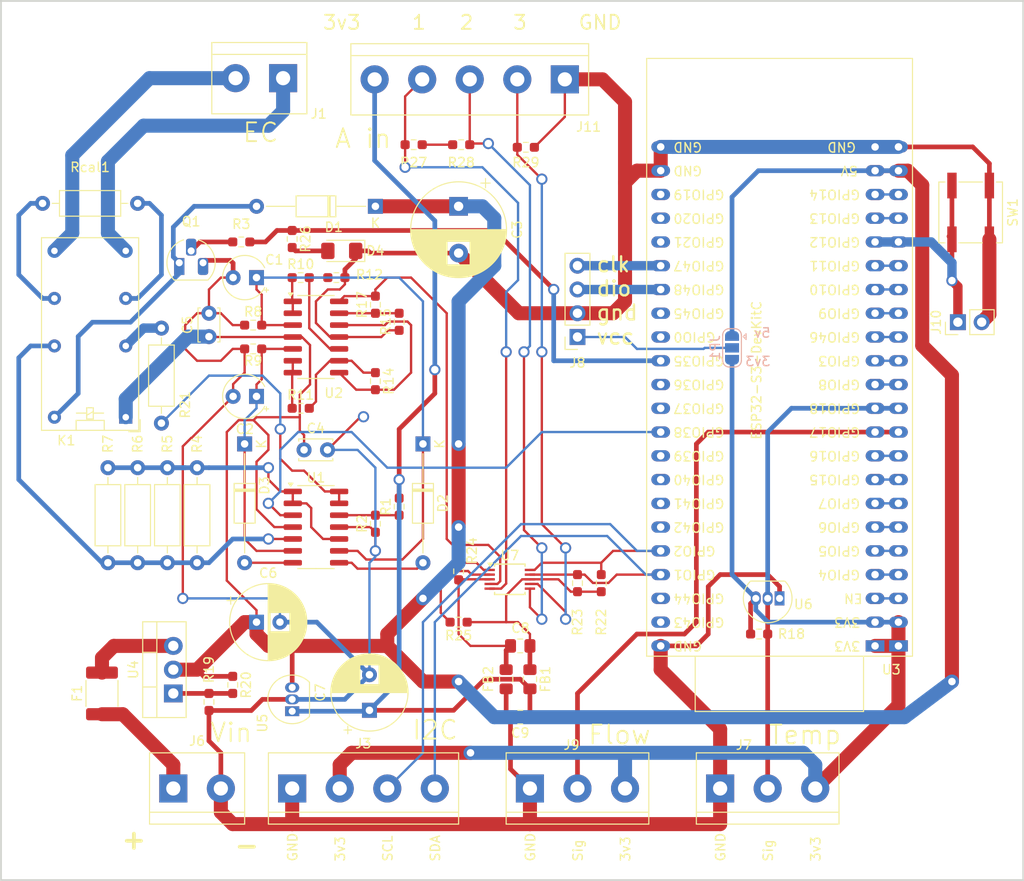
<source format=kicad_pcb>
(kicad_pcb
	(version 20240108)
	(generator "pcbnew")
	(generator_version "8.0")
	(general
		(thickness 1.6)
		(legacy_teardrops no)
	)
	(paper "A4")
	(layers
		(0 "F.Cu" signal)
		(31 "B.Cu" signal)
		(32 "B.Adhes" user "B.Adhesive")
		(33 "F.Adhes" user "F.Adhesive")
		(34 "B.Paste" user)
		(35 "F.Paste" user)
		(36 "B.SilkS" user "B.Silkscreen")
		(37 "F.SilkS" user "F.Silkscreen")
		(38 "B.Mask" user)
		(39 "F.Mask" user)
		(40 "Dwgs.User" user "User.Drawings")
		(41 "Cmts.User" user "User.Comments")
		(42 "Eco1.User" user "User.Eco1")
		(43 "Eco2.User" user "User.Eco2")
		(44 "Edge.Cuts" user)
		(45 "Margin" user)
		(46 "B.CrtYd" user "B.Courtyard")
		(47 "F.CrtYd" user "F.Courtyard")
		(48 "B.Fab" user)
		(49 "F.Fab" user)
		(50 "User.1" user)
		(51 "User.2" user)
		(52 "User.3" user)
		(53 "User.4" user)
		(54 "User.5" user)
		(55 "User.6" user)
		(56 "User.7" user)
		(57 "User.8" user)
		(58 "User.9" user)
	)
	(setup
		(pad_to_mask_clearance 0)
		(allow_soldermask_bridges_in_footprints no)
		(pcbplotparams
			(layerselection 0x00010fc_ffffffff)
			(plot_on_all_layers_selection 0x0000000_00000000)
			(disableapertmacros no)
			(usegerberextensions yes)
			(usegerberattributes no)
			(usegerberadvancedattributes no)
			(creategerberjobfile no)
			(dashed_line_dash_ratio 12.000000)
			(dashed_line_gap_ratio 3.000000)
			(svgprecision 4)
			(plotframeref no)
			(viasonmask no)
			(mode 1)
			(useauxorigin no)
			(hpglpennumber 1)
			(hpglpenspeed 20)
			(hpglpendiameter 15.000000)
			(pdf_front_fp_property_popups yes)
			(pdf_back_fp_property_popups yes)
			(dxfpolygonmode yes)
			(dxfimperialunits yes)
			(dxfusepcbnewfont yes)
			(psnegative no)
			(psa4output no)
			(plotreference yes)
			(plotvalue no)
			(plotfptext yes)
			(plotinvisibletext no)
			(sketchpadsonfab no)
			(subtractmaskfromsilk yes)
			(outputformat 1)
			(mirror no)
			(drillshape 0)
			(scaleselection 1)
			(outputdirectory "gerbers/")
		)
	)
	(net 0 "")
	(net 1 "Net-(U1A--)")
	(net 2 "Net-(U1D-+)")
	(net 3 "Net-(D2-K)")
	(net 4 "GND")
	(net 5 "Net-(D3-K)")
	(net 6 "+5V")
	(net 7 "3v3_reg")
	(net 8 "Net-(D1-A)")
	(net 9 "Net-(D2-A)")
	(net 10 "Net-(D3-A)")
	(net 11 "Net-(J6-Pin_1)")
	(net 12 "Net-(U4-VI)")
	(net 13 "Net-(J1-Pin_2)")
	(net 14 "Net-(J1-Pin_1)")
	(net 15 "SDA")
	(net 16 "SCL")
	(net 17 "1Wire_Data")
	(net 18 "disp_clk")
	(net 19 "disp_dio")
	(net 20 "Flow")
	(net 21 "/conductivity_sensor/ec_out")
	(net 22 "Net-(U7-GND)")
	(net 23 "Net-(U7-VDD)")
	(net 24 "Net-(U7-ADDR)")
	(net 25 "Net-(U7-ALERT{slash}RDY)")
	(net 26 "Ain3")
	(net 27 "Net-(K1-Pad6)")
	(net 28 "Net-(K1-Pad4)")
	(net 29 "Net-(K1-Pad11)")
	(net 30 "Net-(Q1-B)")
	(net 31 "ec_relay")
	(net 32 "Net-(U2C-+)")
	(net 33 "Net-(U2A--)")
	(net 34 "Net-(U2C--)")
	(net 35 "Net-(U2B--)")
	(net 36 "Net-(U2D-+)")
	(net 37 "Net-(U2D--)")
	(net 38 "+3V3")
	(net 39 "Net-(U4-ADJ)")
	(net 40 "ec_freq")
	(net 41 "unconnected-(U3-GPIO14{slash}ADC2_CH3-Pad20)")
	(net 42 "unconnected-(U3-GPIO40{slash}MTDO-Pad37)")
	(net 43 "unconnected-(U3-GPIO4{slash}ADC1_CH3-Pad4)")
	(net 44 "unconnected-(U3-GPIO20{slash}USB_D+-Pad26)")
	(net 45 "unconnected-(U3-GPIO9{slash}ADC1_CH8-Pad15)")
	(net 46 "unconnected-(U3-GPIO11{slash}ADC2_CH0-Pad17)")
	(net 47 "unconnected-(U3-GPIO21-Pad27)")
	(net 48 "unconnected-(U3-GPIO0-Pad31)")
	(net 49 "unconnected-(U3-GPIO39{slash}MTCK-Pad36)")
	(net 50 "unconnected-(U3-GPIO44{slash}U0RXD-Pad42)")
	(net 51 "unconnected-(U3-GPIO10{slash}ADC1_CH9-Pad16)")
	(net 52 "unconnected-(U3-CHIP_PU-Pad3)")
	(net 53 "unconnected-(U3-GPIO36-Pad33)")
	(net 54 "unconnected-(U3-GPIO45-Pad30)")
	(net 55 "unconnected-(U3-GPIO15{slash}ADC2_CH4{slash}32K_P-Pad8)")
	(net 56 "unconnected-(U3-GPIO41{slash}MTDI-Pad38)")
	(net 57 "unconnected-(U3-GPIO19{slash}USB_D--Pad25)")
	(net 58 "unconnected-(U3-GPIO42{slash}MTMS-Pad39)")
	(net 59 "unconnected-(U3-GPIO43{slash}U0TXD-Pad43)")
	(net 60 "unconnected-(U3-GPIO13{slash}ADC2_CH2-Pad19)")
	(net 61 "unconnected-(U3-GPIO46-Pad14)")
	(net 62 "unconnected-(U3-GPIO16{slash}ADC2_CH5{slash}32K_N-Pad9)")
	(net 63 "unconnected-(U3-GPIO37-Pad34)")
	(net 64 "unconnected-(U3-GPIO8{slash}ADC1_CH7-Pad12)")
	(net 65 "unconnected-(U3-GPIO7{slash}ADC1_CH6-Pad7)")
	(net 66 "unconnected-(U3-GPIO3{slash}ADC1_CH2-Pad13)")
	(net 67 "Net-(U1D--)")
	(net 68 "Net-(U1B-+)")
	(net 69 "Ain1")
	(net 70 "Ain2")
	(net 71 "unconnected-(U3-GPIO5{slash}ADC1_CH4-Pad5)")
	(net 72 "unconnected-(U3-GPIO6{slash}ADC1_CH5-Pad6)")
	(net 73 "Net-(D4-A)")
	(net 74 "Net-(J10-Pin_1)")
	(net 75 "Net-(J8-Pin_1)")
	(footprint "LED_SMD:LED_1206_3216Metric_Pad1.42x1.75mm_HandSolder" (layer "F.Cu") (at 92.2925 57.198674 180))
	(footprint "Resistor_SMD:R_0603_1608Metric_Pad0.98x0.95mm_HandSolder" (layer "F.Cu") (at 91.7175 60.053674))
	(footprint "Resistor_SMD:R_0603_1608Metric_Pad0.98x0.95mm_HandSolder" (layer "F.Cu") (at 78.105 105.416174 -90))
	(footprint "Package_SO:TSSOP-10_3x3mm_P0.5mm" (layer "F.Cu") (at 110.245 92.303674))
	(footprint "Capacitor_THT:C_Disc_D3.4mm_W2.1mm_P2.50mm" (layer "F.Cu") (at 78.105 66.363674 90))
	(footprint "Resistor_SMD:R_0603_1608Metric_Pad0.98x0.95mm_HandSolder" (layer "F.Cu") (at 95.885 86.366174 90))
	(footprint "Connector_PinSocket_2.54mm:PinSocket_1x04_P2.54mm_Vertical" (layer "F.Cu") (at 117.475 66.403674 180))
	(footprint "Relay_THT:Relay_DPDT_Omron_G5V-2" (layer "F.Cu") (at 69.215 74.978674 180))
	(footprint "Resistor_THT:R_Axial_DIN0207_L6.3mm_D2.5mm_P10.16mm_Horizontal" (layer "F.Cu") (at 67.31 80.373674 -90))
	(footprint "Resistor_SMD:R_0603_1608Metric_Pad0.98x0.95mm_HandSolder" (layer "F.Cu") (at 81.5575 56.243674 180))
	(footprint "Resistor_SMD:R_0603_1608Metric_Pad0.98x0.95mm_HandSolder" (layer "F.Cu") (at 87.9075 74.023674))
	(footprint "TerminalBlock:TerminalBlock_bornier-2_P5.08mm" (layer "F.Cu") (at 86.026 38.735 180))
	(footprint "Capacitor_THT:CP_Radial_D8.0mm_P2.50mm" (layer "F.Cu") (at 83.185 96.883674))
	(footprint "Capacitor_THT:C_Disc_D3.4mm_W2.1mm_P2.50mm" (layer "F.Cu") (at 88.265 78.468674))
	(footprint "Button_Switch_SMD:SW_SPST_B3SL-1002P" (layer "F.Cu") (at 159.48 53.088674 -90))
	(footprint "MountingHole:MountingHole_3.2mm_M3" (layer "F.Cu") (at 60.96 119.38))
	(footprint "TerminalBlock:TerminalBlock_bornier-4_P5.08mm" (layer "F.Cu") (at 86.995 114.663674))
	(footprint "Resistor_SMD:R_0603_1608Metric_Pad0.98x0.95mm_HandSolder" (layer "F.Cu") (at 136.8825 98.153674))
	(footprint "Resistor_SMD:R_0603_1608Metric_Pad0.98x0.95mm_HandSolder" (layer "F.Cu") (at 111.9575 46.1245))
	(footprint "Resistor_THT:R_Axial_DIN0207_L6.3mm_D2.5mm_P10.16mm_Horizontal" (layer "F.Cu") (at 70.485 52.118674 180))
	(footprint "TerminalBlock:TerminalBlock_bornier-2_P5.08mm" (layer "F.Cu") (at 74.295 114.663674))
	(footprint "TerminalBlock:TerminalBlock_bornier-3_P5.08mm" (layer "F.Cu") (at 132.715 114.663674))
	(footprint "Resistor_SMD:R_0603_1608Metric_Pad0.98x0.95mm_HandSolder" (layer "F.Cu") (at 98.425 64.776174 90))
	(footprint "Package_SO:SOIC-14_3.9x8.7mm_P1.27mm" (layer "F.Cu") (at 89.535 86.723674))
	(footprint "Capacitor_THT:CP_Radial_Tantal_D4.5mm_P2.50mm" (layer "F.Cu") (at 83.185 60.053674 180))
	(footprint "Capacitor_THT:CP_Radial_Tantal_D4.5mm_P2.50mm" (layer "F.Cu") (at 83.185 72.753674 180))
	(footprint "Capacitor_THT:CP_Radial_D10.0mm_P5.00mm"
		(layer "F.Cu")
		(uuid "5e87fd5f-8290-45f5-99a1-3b7d4a71bc61")
		(at 104.775 52.433674 -90)
		(descr "CP, Radial series, Radial, pin pitch=5.00mm, , diameter=10mm, Electrolytic Capacitor")
		(tags "CP Radial series Radial pin pitch 5.00mm  diameter 10mm Electrolytic Capacitor")
		(property "Reference" "C3"
			(at 2.5 -6.25 90)
			(layer "F.SilkS")
			(uuid "b08fe1fd-108c-4c4e-96a6-47cfe39a1a78")
			(effects
				(font
					(size 1 1)
					(thickness 0.15)
				)
			)
		)
		(property "Value" "100uF"
			(at 2.5 6.25 90)
			(layer "F.Fab")
			(uuid "3cf72d03-2d02-4215-9d96-4ff421cbadc0")
			(effects
				(font
					(size 1 1)
					(thickness 0.15)
				)
			)
		)
		(property "Footprint" "Capacitor_THT:CP_Radial_D10.0mm_P5.00mm"
			(at 0 0 -90)
			(unlocked yes)
			(layer "F.Fab")
			(hide yes)
			(uuid "36dae664-c505-4a6e-86c8-c2d25bf77175")
			(effects
				(font
					(size 1.27 1.27)
					(thickness 0.15)
				)
			)
		)
		(property "Datasheet" ""
			(at 0 0 -90)
			(unlocked yes)
			(layer "F.Fab")
			(hide yes)
			(uuid "a68ca02e-1843-408f-99aa-b16de7e9869e")
			(effects
				(font
					(size 1.27 1.27)
					(thickness 0.15)
				)
			)
		)
		(property "Description" ""
			(at 0 0 -90)
			(unlocked yes)
			(layer "F.Fab")
			(hide yes)
			(uuid "6dd67de1-d2f3-475e-812a-9d3268d046be")
			(effects
				(font
					(size 1.27 1.27)
					(thickness 0.15)
				)
			)
		)
		(property ki_fp_filters "CP_*")
		(path "/7a00f13c-a700-45ca-9974-48b050769647/139c664e-e569-4c76-894c-99826d4d2dff")
		(sheetname "conductivity_sensor")
		(sheetfile "conductivity_sensor.kicad_sch")
		(attr through_hole)
		(fp_line
			(start 3.781 1.241)
			(end 3.781 4.918)
			(stroke
				(width 0.12)
				(type solid)
			)
			(layer "F.SilkS")
			(uuid "3fa920bd-3367-49da-8c5e-b404a96a539f")
		)
		(fp_line
			(start 3.821 1.241)
			(end 3.821 4.907)
			(stroke
				(width 0.12)
				(type solid)
			)
			(layer "F.SilkS")
			(uuid "ed41889d-ce95-4d2b-856d-feebd4073396")
		)
		(fp_line
			(start 3.861 1.241)
			(end 3.861 4.897)
			(stroke
				(width 0.12)
				(type solid)
			)
			(layer "F.SilkS")
			(uuid "7aabdf84-3f7f-4d3f-af9e-91c345611cae")
		)
		(fp_line
			(start 3.901 1.241)
			(end 3.901 4.885)
			(stroke
				(width 0.12)
				(type solid)
			)
			(layer "F.SilkS")
			(uuid "20c19ac2-f68c-40b4-aa6b-c3206fb59837")
		)
		(fp_line
			(start 3.941 1.241)
			(end 3.941 4.874)
			(stroke
				(width 0.12)
				(type solid)
			)
			(layer "F.SilkS")
			(uuid "6d989778-d4ff-4d9b-b8d1-555dab4bb8f6")
		)
		(fp_line
			(start 3.981 1.241)
			(end 3.981 4.862)
			(stroke
				(width 0.12)
				(type solid)
			)
			(layer "F.SilkS")
			(uuid "2ba087f7-7658-476f-8458-d004b05c4d7c")
		)
		(fp_line
			(start 4.021 1.241)
			(end 4.021 4.85)
			(stroke
				(width 0.12)
				(type solid)
			)
			(layer "F.SilkS")
			(uuid "a7f71249-7ae6-4573-8fa6-c8d30649c07e")
		)
		(fp_line
			(start 4.061 1.241)
			(end 4.061 4.837)
			(stroke
				(width 0.12)
				(type solid)
			)
			(layer "F.SilkS")
			(uuid "155b6d5c-a8e9-44e8-9594-ca4a7eaba637")
		)
		(fp_line
			(start 4.101 1.241)
			(end 4.101 4.824)
			(stroke
				(width 0.12)
				(type solid)
			)
			(layer "F.SilkS")
			(uuid "b90e5ac9-b921-4588-a2c8-5e24c48b76b1")
		)
		(fp_line
			(start 4.141 1.241)
			(end 4.141 4.811)
			(stroke
				(width 0.12)
				(type solid)
			)
			(layer "F.SilkS")
			(uuid "c557654b-1f9b-4fa2-8f0a-6355b5f45e82")
		)
		(fp_line
			(start 4.181 1.241)
			(end 4.181 4.797)
			(stroke
				(width 0.12)
				(type solid)
			)
			(layer "F.SilkS")
			(uuid "d0f1b9f1-172e-4d36-bf31-934e79fc41fa")
		)
		(fp_line
			(start 4.221 1.241)
			(end 4.221 4.783)
			(stroke
				(width 0.12)
				(type solid)
			)
			(layer "F.SilkS")
			(uuid "e7979c1b-9736-4d77-ba9a-c615d1e9d67d")
		)
		(fp_line
			(start 4.261 1.241)
			(end 4.261 4.768)
			(stroke
				(width 0.12)
				(type solid)
			)
			(layer "F.SilkS")
			(uuid "9e25a7dc-aa74-40f6-a41f-2f0fcf7985f4")
		)
		(fp_line
			(start 4.301 1.241)
			(end 4.301 4.754)
			(stroke
				(width 0.12)
				(type solid)
			)
			(layer "F.SilkS")
			(uuid "0ec50e79-f814-4d79-9b50-a5037dfecea9")
		)
		(fp_line
			(start 4.341 1.241)
			(end 4.341 4.738)
			(stroke
				(width 0.12)
				(type solid)
			)
			(layer "F.SilkS")
			(uuid "48fe8267-4fa4-4893-8338-5aaa95230222")
		)
		(fp_line
			(start 4.381 1.241)
			(end 4.381 4.723)
			(stroke
				(width 0.12)
				(type solid)
			)
			(layer "F.SilkS")
			(uuid "79d2343a-ea70-4c15-a985-09832f3e54ee")
		)
		(fp_line
			(start 4.421 1.241)
			(end 4.421 4.707)
			(stroke
				(width 0.12)
				(type solid)
			)
			(layer "F.SilkS")
			(uuid "893a1621-102a-4c27-8d2a-2a821cce62f7")
		)
		(fp_line
			(start 4.461 1.241)
			(end 4.461 4.69)
			(stroke
				(width 0.12)
				(type solid)
			)
			(layer "F.SilkS")
			(uuid "c6054f83-b149-4157-bee8-5a681789906a")
		)
		(fp_line
			(start 4.501 1.241)
			(end 4.501 4.674)
			(stroke
				(width 0.12)
				(type solid)
			)
			(layer "F.SilkS")
			(uuid "7e96407f-74fa-4416-bdc8-baf46bda4e0c")
		)
		(fp_line
			(start 4.541 1.241)
			(end 4.541 4.657)
			(stroke
				(width 0.12)
				(type solid)
			)
			(layer "F.SilkS")
			(uuid "109702f7-56e1-44da-8153-d8f9bddc7dfc")
		)
		(fp_line
			(start 4.581 1.241)
			(end 4.581 4.639)
			(stroke
				(width 0.12)
				(type solid)
			)
			(layer "F.SilkS")
			(uuid "e199cc55-0fde-4613-ae06-04d4b83cfb70")
		)
		(fp_line
			(start 4.621 1.241)
			(end 4.621 4.621)
			(stroke
				(width 0.12)
				(type solid)
			)
			(layer "F.SilkS")
			(uuid "4fab1d0c-c940-473b-a109-622f29686f02")
		)
		(fp_line
			(start 4.661 1.241)
			(end 4.661 4.603)
			(stroke
				(width 0.12)
				(type solid)
			)
			(layer "F.SilkS")
			(uuid "9236b8d4-48c9-4bee-a851-5fea0f8e1aa7")
		)
		(fp_line
			(start 4.701 1.241)
			(end 4.701 4.584)
			(stroke
				(width 0.12)
				(type solid)
			)
			(layer "F.SilkS")
			(uuid "e852fd0a-c28c-4891-8c0e-ac0ef601372a")
		)
		(fp_line
			(start 4.741 1.241)
			(end 4.741 4.564)
			(stroke
				(width 0.12)
				(type solid)
			)
			(layer "F.SilkS")
			(uuid "183d6078-fb76-4f0b-bf05-c988365806af")
		)
		(fp_line
			(start 4.781 1.241)
			(end 4.781 4.545)
			(stroke
				(width 0.12)
				(type solid)
			)
			(layer "F.SilkS")
			(uuid "73e97a75-7d96-4d56-bf23-ee5b9f826270")
		)
		(fp_line
			(start 4.821 1.241)
			(end 4.821 4.525)
			(stroke
				(width 0.12)
				(type solid)
			)
			(layer "F.SilkS")
			(uuid "ba3de179-7356-4453-8b81-ba10a1352a3e")
		)
		(fp_line
			(start 4.861 1.241)
			(end 4.861 4.504)
			(stroke
				(width 0.12)
				(type solid)
			)
			(layer "F.SilkS")
			(uuid "50e842ce-8d50-4246-9c16-a979c430168f")
		)
		(fp_line
			(start 4.901 1.241)
			(end 4.901 4.483)
			(stroke
				(width 0.12)
				(type solid)
			)
			(layer "F.SilkS")
			(uuid "ed69929c-46eb-4adf-9409-76e84b4a16e2")
		)
		(fp_line
			(start 4.941 1.241)
			(end 4.941 4.462)
			(stroke
				(width 0.12)
				(type solid)
			)
			(layer "F.SilkS")
			(uuid "a4b3f9a3-d076-48e8-9c28-0d5d55f38111")
		)
		(fp_line
			(start 4.981 1.241)
			(end 4.981 4.44)
			(stroke
				(width 0.12)
				(type solid)
			)
			(layer "F.SilkS")
			(uuid "6c062b91-4d25-4d9b-9f34-0482b8c02d09")
		)
		(fp_line
			(start 5.021 1.241)
			(end 5.021 4.417)
			(stroke
				(width 0.12)
				(type solid)
			)
			(layer "F.SilkS")
			(uuid "cf61aceb-4f0c-496c-8c2c-a39b61bc10a4")
		)
		(fp_line
			(start 5.061 1.241)
			(end 5.061 4.395)
			(stroke
				(width 0.12)
				(type solid)
			)
			(layer "F.SilkS")
			(uuid "b4989bc6-723e-4989-8800-47851c3c4615")
		)
		(fp_line
			(start 5.101 1.241)
			(end 5.101 4.371)
			(stroke
				(width 0.12)
				(type solid)
			)
			(layer "F.SilkS")
			(uuid "3ab154d7-2d23-4502-b39c-937188eb80ab")
		)
		(fp_line
			(start 5.141 1.241)
			(end 5.141 4.347)
			(stroke
				(width 0.12)
				(type solid)
			)
			(layer "F.SilkS")
			(uuid "eaa6ddb4-19b9-4970-a8db-a2cd1936e3cb")
		)
		(fp_line
			(start 5.181 1.241)
			(end 5.181 4.323)
			(stroke
				(width 0.12)
				(type solid)
			)
			(layer "F.SilkS")
			(uuid "10f73b04-b76f-4387-a886-fcbd6d6a112e")
		)
		(fp_line
			(start 5.221 1.241)
			(end 5.221 4.298)
			(stroke
				(width 0.12)
				(type solid)
			)
			(layer "F.SilkS")
			(uuid "4d21456f-a731-4e91-a927-80808324070a")
		)
		(fp_line
			(start 5.261 1.241)
			(end 5.261 4.273)
			(stroke
				(width 0.12)
				(type solid)
			)
			(layer "F.SilkS")
			(uuid "d6ee4086-53ce-491b-8dd5-d504780fcfd7")
		)
		(fp_line
			(start 5.301 1.241)
			(end 5.301 4.247)
			(stroke
				(width 0.12)
				(type solid)
			)
			(layer "F.SilkS")
			(uuid "d9450fe6-9dba-47f5-8498-8f1b52b94e8f")
		)
		(fp_line
			(start 5.341 1.241)
			(end 5.341 4.221)
			(stroke
				(width 0.12)
				(type solid)
			)
			(layer "F.SilkS")
			(uuid "835dbb93-9ef4-43e7-b110-d7be01b4bcfc")
		)
		(fp_line
			(start 5.381 1.241)
			(end 5.381 4.194)
			(stroke
				(width 0.12)
				(type solid)
			)
			(layer "F.SilkS")
			(uuid "b643661b-fdad-403e-924f-d0827a5c8b60")
		)
		(fp_line
			(start 5.421 1.241)
			(end 5.421 4.166)
			(stroke
				(width 0.12)
				(type solid)
			)
			(layer "F.SilkS")
			(uuid "a98b65cb-0e51-475c-ab1c-7e2a9bad12df")
		)
		(fp_line
			(start 5.461 1.241)
			(end 5.461 4.138)
			(stroke
				(width 0.12)
				(type solid)
			)
			(layer "F.SilkS")
			(uuid "4baaf534-d330-433a-bf90-6582de524ea5")
		)
		(fp_line
			(start 5.501 1.241)
			(end 5.501 4.11)
			(stroke
				(width 0.12)
				(type solid)
			)
			(layer "F.SilkS")
			(uuid "2bed1dfe-18f9-45e9-8c2e-084e4bf8edb0")
		)
		(fp_line
			(start 5.541 1.241)
			(end 5.541 4.08)
			(stroke
				(width 0.12)
				(type solid)
			)
			(layer "F.SilkS")
			(uuid "c20d8ccf-667e-4abb-9340-b196c1927af7")
		)
		(fp_line
			(start 5.581 1.241)
			(end 5.581 4.05)
			(stroke
				(width 0.12)
				(type solid)
			)
			(layer "F.SilkS")
			(uuid "7828f97f-f739-42ca-8848-f747b2f8f966")
		)
		(fp_line
			(start 5.621 1.241)
			(end 5.621 4.02)
			(stroke
				(width 0.12)
				(type solid)
			)
			(layer "F.SilkS")
			(uuid "323e3d46-5993-4797-8dbf-4dab8038a1ce")
		)
		(fp_line
			(start 5.661 1.241)
			(end 5.661 3.989)
			(stroke
				(width 0.12)
				(type solid)
			)
			(layer "F.SilkS")
			(uuid "a1b54528-1023-4032-bdd1-4ffc2ca97e77")
		)
		(fp_line
			(start 5.701 1.241)
			(end 5.701 3.957)
			(stroke
				(width 0.12)
				(type solid)
			)
			(layer "F.SilkS")
			(uuid "0f746be4-2ed4-4a2d-b856-27f37ade4baa")
		)
		(fp_line
			(start 5.741 1.241)
			(end 5.741 3.925)
			(stroke
				(width 0.12)
				(type solid)
			)
			(layer "F.SilkS")
			(uuid "82868b7c-7131-4a8c-9220-81b88c2f5eb6")
		)
		(fp_line
			(start 5.781 1.241)
			(end 5.781 3.892)
			(stroke
				(width 0.12)
				(type solid)
			)
			(layer "F.SilkS")
			(uuid "0f734b1a-7c9f-45e5-b1be-3fe03ef01092")
		)
		(fp_line
			(start 5.821 1.241)
			(end 5.821 3.858)
			(stroke
				(width 0.12)
				(type solid)
			)
			(layer "F.SilkS")
			(uuid "d0b4e8cd-6199-474e-b8b0-62c9234f77c6")
		)
		(fp_line
			(start 5.861 1.241)
			(end 5.861 3.824)
			(stroke
				(width 0.12)
				(type solid)
			)
			(layer "F.SilkS")
			(uuid "fcc9838d-c2d8-4659-bb83-9d3c4aa32959")
		)
		(fp_line
			(start 5.901 1.241)
			(end 5.901 3.789)
			(stroke
				(width 0.12)
				(type solid)
			)
			(layer "F.SilkS")
			(uuid "420580e3-f4d3-4201-b49c-f2d91bc18658")
		)
		(fp_line
			(start 5.941 1.241)
			(end 5.941 3.753)
			(stroke
				(width 0.12)
				(type solid)
			)
			(layer "F.SilkS")
			(uuid "116851d4-edac-407a-805e-ecc4ec7e4c55")
		)
		(fp_line
			(start 5.981 1.241)
			(end 5.981 3.716)
			(stroke
				(width 0.12)
				(type solid)
			)
			(layer "F.SilkS")
			(uuid "574ea941-d8c1-43ab-9c77-9ca9fc369358")
		)
		(fp_line
			(start 6.021 1.241)
			(end 6.021 3.679)
			(stroke
				(width 0.12)
				(type solid)
			)
			(layer "F.SilkS")
			(uuid "effafbaa-9200-4a9b-9ddb-29a02c68f3ce")
		)
		(fp_line
			(start 6.061 1.241)
			(end 6.061 3.64)
			(stroke
				(width 0.12)
				(type solid)
			)
			(layer "F.SilkS")
			(uuid "62653412-7c39-4735-90fd-3634ad2c3247")
		)
		(fp_line
			(start 6.101 1.241)
			(end 6.101 3.601)
			(stroke
				(width 0.12)
				(type solid)
			)
			(layer "F.SilkS")
			(uuid "80c6191e-1c98-4601-8ca1-8845e7291a27")
		)
		(fp_line
			(start 6.141 1.241)
			(end 6.141 3.561)
			(stroke
				(width 0.12)
				(type solid)
			)
			(layer "F.SilkS")
			(uuid "044b5cc8-ce14-487d-bb27-670fd0719291")
		)
		(fp_line
			(start 6.181 1.241)
			(end 6.181 3.52)
			(stroke
				(width 0.12)
				(type solid)
			)
			(layer "F.SilkS")
			(uuid "8ac3806a-a935-4d71-9697-aa60ffadc75d")
		)
		(fp_line
			(start 6.221 1.241)
			(end 6.221 3.478)
			(stroke
				(width 0.12)
				(type solid)
			)
			(layer "F.SilkS")
			(uuid "2ae4be64-e1e1-469e-b830-994c50d7aaa5")
		)
		(fp_line
			(start 7.581 -0.599)
			(end 7.581 0.599)
			(stroke
				(width 0.12)
				(type solid)
			)
			(layer "F.SilkS")
			(uuid "13de7ba6-6f90-4399-8b89-48c845de2d86")
		)
		(fp_line
			(start 7.541 -0.862)
			(end 7.541 0.862)
			(stroke
				(width 0.12)
				(type solid)
			)
			(layer "F.SilkS")
			(uuid "8ac94aa4-450b-46d1-a5cd-0d2cff71398e")
		)
		(fp_line
			(start 7.501 -1.062)
			(end 7.501 1.062)
			(stroke
				(width 0.12)
				(type solid)
			)
			(layer "F.SilkS")
			(uuid "8586421e-1105-4a31-9cd0-bea689aef41f")
		)
		(fp_line
			(start 7.461 -1.23)
			(end 7.461 1.23)
			(stroke
				(width 0.12)
				(type solid)
			)
			(layer "F.SilkS")
			(uuid "1883837d-dbfd-4e7c-9736-bc0877dc4e0f")
		)
		(fp_line
			(start 7.421 -1.378)
			(end 7.421 1.378)
			(stroke
				(width 0.12)
				(type solid)
			)
			(layer "F.SilkS")
			(uuid "753aadf3-ceab-4458-9a6c-ba217803ef0e")
		)
		(fp_line
			(start 7.381 -1.51)
			(end 7.381 1.51)
			(stroke
				(width 0.12)
				(type solid)
			)
			(layer "F.SilkS")
			(uuid "ad88a0cf-3d34-4679-bbb9-c25f2f59cb26")
		)
		(fp_line
			(start 7.341 -1.63)
			(end 7.341 1.63)
			(stroke
				(width 0.12)
				(type solid)
			)
			(layer "F.SilkS")
			(uuid "ff1b79b0-9338-4226-b036-8c9b437ae718")
		)
		(fp_line
			(start 7.301 -1.742)
			(end 7.301 1.742)
			(stroke
				(width 0.12)
				(type solid)
			)
			(layer "F.SilkS")
			(uuid "d3b3bd27-1f0b-4387-82ae-d203cadf626d")
		)
		(fp_line
			(start 7.261 -1.846)
			(end 7.261 1.846)
			(stroke
				(width 0.12)
				(type solid)
			)
			(layer "F.SilkS")
			(uuid "2b4809a4-1eeb-43d1-ad42-51e382a405ae")
		)
		(fp_line
			(start 7.221 -1.944)
			(end 7.221 1.944)
			(stroke
				(width 0.12)
				(type solid)
			)
			(layer "F.SilkS")
			(uuid "3c0dc8fd-6590-4a88-a12d-ff139cbf32ee")
		)
		(fp_line
			(start 7.181 -2.037)
			(end 7.181 2.037)
			(stroke
				(width 0.12)
				(type solid)
			)
			(layer "F.SilkS")
			(uuid "b14bab85-2fb6-43c5-b3c5-1f3b02ea921f")
		)
		(fp_line
			(start 7.141 -2.125)
			(end 7.141 2.125)
			(stroke
				(width 0.12)
				(type solid)
			)
			(layer "F.SilkS")
			(uuid "1caaaba8-fff5-49b5-a0ad-4cd2ae4c1a87")
		)
		(fp_line
			(start 7.101 -2.209)
			(end 7.101 2.209)
			(stroke
				(width 0.12)
				(type solid)
			)
			(layer "F.SilkS")
			(uuid "a2f144d9-640b-4f30-87a0-09963ead3dce")
		)
		(fp_line
			(start 7.061 -2.289)
			(end 7.061 2.289)
			(stroke
				(width 0.12)
				(type solid)
			)
			(layer "F.SilkS")
			(uuid "d8d3a219-6365-4a49-8060-07eda1b068d2")
		)
		(fp_line
			(start 7.021 -2.365)
			(end 7.021 2.365)
			(stroke
				(width 0.12)
				(type solid)
			)
			(layer "F.SilkS")
			(uuid "04504f57-6dde-4c6d-abe5-2a2ef34ea50e")
		)
		(fp_line
			(start 6.981 -2.439)
			(end 6.981 2.439)
			(stroke
				(width 0.12)
				(type solid)
			)
			(layer "F.SilkS")
			(uuid "552b9a24-416f-4f51-a428-5f97e0a69674")
		)
		(fp_line
			(start 6.941 -2.51)
			(end 6.941 2.51)
			(stroke
				(width 0.12)
				(type solid)
			)
			(layer "F.SilkS")
			(uuid "5a67e1da-3632-420e-9034-32176aab8fd3")
		)
		(fp_line
			(start 6.901 -2.579)
			(end 6.901 2.579)
			(stroke
				(width 0.12)
				(type solid)
			)
			(layer "F.SilkS")
			(uuid "72be052e-4c7a-4efb-9ff5-7569a21b1d27")
		)
		(fp_line
			(start 6.861 -2.645)
			(end 6.861 2.645)
			(stroke
				(width 0.12)
				(type solid)
			)
			(layer "F.SilkS")
			(uuid "671b6a27-0ca6-4839-9653-a65d3e5f6cb6")
		)
		(fp_line
			(start 6.821 -2.709)
			(end 6.821 2.709)
			(stroke
				(width 0.12)
				(type solid)
			)
			(layer "F.SilkS")
			(uuid "714b67c5-1e6e-4d0a-a8c6-b6fefecb5a07")
		)
		(fp_line
			(start 6.781 -2.77)
			(end 6.781 2.77)
			(stroke
				(width 0.12)
				(type solid)
			)
			(layer "F.SilkS")
			(uuid "cc5a2ef2-d749-4066-8155-bc0d43df8375")
		)
		(fp_line
			(start 6.741 -2.83)
			(end 6.741 2.83)
			(stroke
				(width 0.12)
				(type solid)
			)
			(layer "F.SilkS")
			(uuid "15cc9d3f-974b-48fe-8f15-ecfa498d7ff7")
		)
		(fp_line
			(start -2.979646 -2.875)
			(end -1.979646 -2.875)
			(stroke
				(width 0.12)
				(type solid)
			)
			(layer "F.SilkS")
			(uuid "05aff440-5317-4c91-90ca-d31705f638fc")
		)
		(fp_line
			(start 6.701 -2.889)
			(end 6.701 2.889)
			(stroke
				(width 0.12)
				(type solid)
			)
			(layer "F.SilkS")
			(uuid "d6cee2fa-3d34-43f7-8d66-fd4c6e5104e5")
		)
		(fp_line
			(start 6.661 -2.945)
			(end 6.661 2.945)
			(stroke
				(width 0.12)
				(type solid)
			)
			(layer "F.SilkS")
			(uuid "9378c950-114f-4356-a2fb-9448050b97d6")
		)
		(fp_line
			(start 6.621 -3)
			(end 6.621 3)
			(stroke
				(width 0.12)
				(type solid)
			)
			(layer "F.SilkS")
			(uuid "cfdcc698-e974-412f-b9c9-cb2987324d01")
		)
		(fp_line
			(start 6.581 -3.054)
			(end 6.581 3.054)
			(stroke
				(width 0.12)
				(type solid)
			)
			(layer "F.SilkS")
			(uuid "2689ce8b-5657-42de-9607-9e67e13f8ea6")
		)
		(fp_line
			(start 6.541 -3.106)
			(end 6.541 3.106)
			(stroke
				(width 0.12)
				(type solid)
			)
			(layer "F.SilkS")
			(uuid "73858382-93ec-4188-9909-892000f88e3f")
		)
		(fp_line
			(start 6.501 -3.156)
			(end 6.501 3.156)
			(stroke
				(width 0.12)
				(type solid)
			)
			(layer "F.SilkS")
			(uuid "4a268df3-19ec-4a28-a45f-36f9c670aaa8")
		)
		(fp_line
			(start 6.461 -3.206)
			(end 6.461 3.206)
			(stroke
				(width 0.12)
				(type solid)
			)
			(layer "F.SilkS")
			(uuid "d8ef30d6-68be-4445-9c73-af36d40aad85")
		)
		(fp_line
			(start 6.421 -3.254)
			(end 6.421 3.254)
			(stroke
				(width 0.12)
				(type solid)
			)
			(layer "F.SilkS")
			(uuid "70cb480f-a90a-463a-b2c7-c1127b6f0cf6")
		)
		(fp_line
			(start 6.381 -3.301)
			(end 6.381 3.301)
			(stroke
				(width 0.12)
				(type solid)
			)
			(layer "F.SilkS")
			(uuid "a9401c72-6a1c-4a34-b67d-cf79de2e3f2b")
		)
		(fp_line
			(start 6.341 -3.347)
			(end 6.341 3.347)
			(stroke
				(width 0.12)
				(type solid)
			)
			(layer "F.SilkS")
			(uuid "02dd47b0-95cf-4dfc-bdd2-03facdbcb72b")
		)
		(fp_line
			(start -2.479646 -3.375)
			(end -2.479646 -2.375)
			(stroke
				(width 0.12)
				(type solid)
			)
			(layer "F.SilkS")
			(uuid "94e1dcc1-3dc4-492e-82d1-d00dd1f2378b")
		)
		(fp_line
			(start 6.301 -3.392)
			(end 6.301 3.392)
			(stroke
				(width 0.12)
				(type solid)
			)
			(layer "F.SilkS")
			(uuid "48b5f18a-af02-4489-b7ea-4d25d33cd36c")
		)
		(fp_line
			(start 6.261 -3.436)
			(end 6.261 3.436)
			(stroke
				(width 0.12)
				(type solid)
			)
			(layer "F.SilkS")
			(uuid "97ffe392-c21b-4434-aa29-14582db6acac")
		)
		(fp_line
			(start 6.221 -3.478)
			(end 6.221 -1.241)
			(stroke
				(width 0.12)
				(type solid)
			)
			(layer "F.SilkS")
			(uuid "5a5b426f-ce68-420b-862b-3859ddc26803")
		)
		(fp_line
			(start 6.181 -3.52)
			(end 6.181 -1.241)
			(stroke
				(width 0.12)
				(type solid)
			)
			(layer "F.SilkS")
			(uuid "2fbed732-0281-4078-bbfc-4958dfc202a5")
		)
		(fp_line
			(start 6.141 -3.561)
			(end 6.141 -1.241)
			(stroke
				(width 0.12)
				(type solid)
			)
			(layer "F.SilkS")
			(uuid "66e336e7-d25c-4ea0-9948-02a48fb06948")
		)
		(fp_line
			(start 6.101 -3.601)
			(end 6.101 -1.241)
			(stroke
				(width 0.12)
				(type solid)
			)
			(layer "F.SilkS")
			(uuid "0ce6de31-e8bc-415c-b7a2-3af6ab362a95")
		)
		(fp_line
			(start 6.061 -3.64)
			(end 6.061 -1.241)
			(stroke
				(width 0.12)
				(type solid)
			)
			(layer "F.SilkS")
			(uuid "39943c6b-45cf-4c19-ae25-cb2a55c3661b")
		)
		(fp_line
			(start 6.021 -3.679)
			(end 6.021 -1.241)
			(stroke
				(width 0.12)
				(type solid)
			)
			(layer "F.SilkS")
			(uuid "64a61d1b-a195-4779-9822-4fea75960267")
		)
		(fp_line
			(start 5.981 -3.716)
			(end 5.981 -1.241)
			(stroke
				(width 0.12)
				(type solid)
			)
			(layer "F.SilkS")
			(uuid "10e61ffd-3586-4405-b7d2-0f4e78862775")
		)
		(fp_line
			(start 5.941 -3.753)
			(end 5.941 -1.241)
			(stroke
				(width 0.12)
				(type solid)
			)
			(layer "F.SilkS")
			(uuid "786c50b9-3354-4a22-b20e-1f8a5d01d468")
		)
		(fp_line
			(start 5.901 -3.789)
			(end 5.901 -1.241)
			(stroke
				(width 0.12)
				(type solid)
			)
			(layer "F.SilkS")
			(uuid "0dc91157-6110-4f50-ba63-941a7ae09565")
		)
		(fp_line
			(start 5.861 -3.824)
			(end 5.861 -1.241)
			(stroke
				(width 0.12)
				(type solid)
			)
			(layer "F.SilkS")
			(uuid "39274e25-1f36-4337-9c44-d55dbfd840bf")
		)
		(fp_line
			(start 5.821 -3.858)
			(end 5.821 -1.241)
			(stroke
				(width 0.12)
				(type solid)
			)
			(layer "F.SilkS")
			(uuid "da52fdf1-294a-43e8-b3e0-ebe0aaad747a")
		)
		(fp_line
			(start 5.781 -3.892)
			(end 5.781 -1.241)
			(stroke
				(width 0.12)
				(type solid)
			)
			(layer "F.SilkS")
			(uuid "53f04326-8708-4b6e-ab27-14cd52b0f115")
		)
		(fp_line
			(start 5.741 -3.925)
			(end 5.741 -1.241)
			(stroke
				(width 0.12)
				(type solid)
			)
			(layer "F.SilkS")
			(uuid "8a0d8736-fa03-4541-b58c-74f651922454")
		)
		(fp_line
			(start 5.701 -3.957)
			(end 5.701 -1.241)
			(stroke
				(width 0.12)
				(type solid)
			)
			(layer "F.SilkS")
			(uuid "18bca2ac-7d55-4d0f-8129-30684cc26369")
		)
		(fp_line
			(start 5.661 -3.989)
			(end 5.661 -1.241)
			(stroke
				(width 0.12)
				(type solid)
			)
			(layer "F.SilkS")
			(uuid "8e5614a3-19a1-4c21-89a8-bd1643f9d1ac")
		)
		(fp_line
			(start 5.621 -4.02)
			(end 5.621 -1.241)
			(stroke
				(width 0.12)
				(type solid)
			)
			(layer "F.SilkS")
			(uuid "89643e1b-a686-47a9-8e30-b3a03c72abf5")
		)
		(fp_line
			(start 5.581 -4.05)
			(end 5.581 -1.241)
			(stroke
				(width 0.12)
				(type solid)
			)
			(layer "F.SilkS")
			(uuid "7ae29d27-d7e2-4f43-9662-73d9d4cf8571")
		)
		(fp_line
			(start 5.541 -4.08)
			(end 5.541 -1.241)
			(stroke
				(width 0.12)
				(type solid)
			)
			(layer "F.SilkS")
			(uuid "206476fa-eed9-4ecb-bdb9-b364ba61757f")
		)
		(fp_line
			(start 5.501 -4.11)
			(end 5.501 -1.241)
			(stroke
				(width 0.12)
				(type solid)
			)
			(layer "F.SilkS")
			(uuid "438173e5-4276-4aea-8f83-1372d6019a63")
		)
		(fp_line
			(start 5.461 -4.138)
			(end 5.461 -1.241)
			(stroke
				(width 0.12)
				(type solid)
			)
			(layer "F.SilkS")
			(uuid "24065e3c-5647-4300-a189-ae3634f7554e")
		)
		(fp_line
			(start 5.421 -4.166)
			(end 5.421 -1.241)
			(stroke
				(width 0.12)
				(type solid)
			)
			(layer "F.SilkS")
			(uuid "4cda01bf-7cc5-4aa6-bbde-bea3d4821bff")
		)
		(fp_line
			(start 5.381 -4.194)
			(end 5.381 -1.241)
			(stroke
				(width 0.12)
				(type solid)
			)
			(layer "F.SilkS")
			(uuid "6af7ea1c-6b1d-45ad-aa5f-519f8cb77b9f")
		)
		(fp_line
			(start 5.341 -4.221)
			(end 5.341 -1.241)
			(stroke
				(width 0.12)
				(type solid)
			)
			(layer "F.SilkS")
			(uuid "da7ce199-5106-43b6-aff5-afb165a6b5b5")
		)
		(fp_line
			(start 5.301 -4.247)
			(end 5.301 -1.241)
			(stroke
				(width 0.12)
				(type solid)
			)
			(layer "F.SilkS")
			(uuid "e93b9784-3b1d-4324-a7cf-896357d1d4e6")
		)
		(fp_line
			(start 5.261 -4.273)
			(end 5.261 -1.241)
			(stroke
				(width 0.12)
				(type solid)
			)
			(layer "F.SilkS")
			(uuid "0a6f9774-8373-4f30-a360-301cc1e907e7")
		)
		(fp_line
			(start 5.221 -4.298)
			(end 5.221 -1.241)
			(stroke
				(width 0.12)
				(type solid)
			)
			(layer "F.SilkS")
			(uuid "de5ce718-95b2-41d4-baba-0f5d01d10afe")
		)
		(fp_line
			(start 5.181 -4.323)
			(end 5.181 -1.241)
			(stroke
				(width 0.12)
				(type solid)
			)
			(layer "F.SilkS")
			(uuid "3f602f95-d49b-496c-b324-9fb2845c602e")
		)
		(fp_line
			(start 5.141 -4.347)
			(end 5.141 -1.241)
			(stroke
				(width 0.12)
				(type solid)
			)
			(layer "F.SilkS")
			(uuid "4738b092-f887-44a5-b101-1e7644c0d90d")
		)
		(fp_line
			(start 5.101 -4.371)
			(end 5.101 -1.241)
			(stroke
				(width 0.12)
				(type solid)
			)
			(layer "F.SilkS")
			(uuid "ed0e49a6-cf99-426e-b183-fb46fdf8b7d9")
		)
		(fp_line
			(start 5.061 -4.395)
			(end 5.061 -1.241)
			(stroke
				(width 0.12)
				(type solid)
			)
			(layer "F.SilkS")
			(uuid "954acb4a-66bd-445c-b1fe-5700f40d9194")
		)
		(fp_line
			(start 5.021 -4.417)
			(end 5.021 -1.241)
			(stroke
				(width 0.12)
				(type solid)
			)
			(layer "F.SilkS")
			(uuid "a674a9b6-b871-4548-9c77-c80f683edae7")
		)
		(fp_line
			(start 4.981 -4.44)
			(end 4.981 -1.241)
			(stroke
				(width 0.12)
				(type solid)
			)
			(layer "F.SilkS")
			(uuid "4822b8c7-d6e7-4f60-a0f2-6867d5b2c40c")
		)
		(fp_line
			(start 4.941 -4.462)
			(end 4.941 -1.241)
			(stroke
				(width 0.12)
				(type solid)
			)
			(layer "F.SilkS")
			(uuid "49358662-7a72-4052-ab4b-e2c7c39fb2d0")
		)
		(fp_line
			(start 4.901 -4.483)
			(end 4.901 -1.241)
			(stroke
				(width 0.12)
				(type solid)
			)
			(layer "F.SilkS")
			(uuid "a0dfec34-d7cc-440b-93cd-3213bb155da3")
		)
		(fp_line
			(start 4.861 -4.504)
			(end 4.861 -1.241)
			(stroke
				(width 0.12)
				(type solid)
			)
			(layer "F.SilkS")
			(uuid "2e0138a2-17cd-445b-832f-a490824fc2c1")
		)
		(fp_line
			(start 4.821 -4.525)
			(end 4.821 -1.241)
			(stroke
				(width 0.12)
				(type solid)
			)
			(layer "F.SilkS")
			(uuid "80174c24-bed2-4c48-a88c-1e5636281d02")
		)
		(fp_line
			(start 4.781 -4.545)
			(end 4.781 -1.241)
			(stroke
				(width 0.12)
				(type solid)
			)
			(layer "F.SilkS")
			(uuid "58510086-d0eb-4a63-b59c-46dd14b8ce46")
		)
		(fp_line
			(start 4.741 -4.564)
			(end 4.741 -1.241)
			(stroke
				(width 0.12)
				(type solid)
			)
			(layer "F.SilkS")
			(uuid "6d2c3231-40e4-4510-9605-6aebae9c1804")
		)
		(fp_line
			(start 4.701 -4.584)
			(end 4.701 -1.241)
			(stroke
				(width 0.12)
				(type solid)
			)
			(layer "F.SilkS")
			(uuid "1f931d78-2140-4207-9c00-724c6a634f26")
		)
		(fp_line
			(start 4.661 -4.603)
			(end 4.661 -1.241)
			(stroke
				(width 0.12)
				(type solid)
			)
			(layer "F.SilkS")
			(uuid "50829746-ae98-48e7-8e68-a86dc580c911")
		)
		(fp_line
			(start 4.621 -4.621)
			(end 4.621 -1.241)
			(stroke
				(width 0.12)
				(type solid)
			)
			(layer "F.SilkS")
			(uuid "4133db9c-1d6b-4457-9443-525f53e6eb33")
		)
		(fp_line
			(start 4.581 -4.639)
			(end 4.581 -1.241)
			(stroke
				(width 0.12)
				(type solid)
			)
			(layer "F.SilkS")
			(uuid "d0ec3d13-95ec-4ae3-a361-dda8ae29e38b")
		)
		(fp_line
			(start 4.541 -4.657)
			(end 4.541 -1.241)
			(stroke
				(width 0.12)
				(type solid)
			)
			(layer "F.SilkS")
			(uuid "f3c3e8e9-d4dd-4638-b723-b62ed50d5d36")
		)
		(fp_line
			(start 4.501 -4.674)
			(end 4.501 -1.241)
			(stroke
				(width 0.12)
				(type solid)
			)
			(layer "F.SilkS")
			(uuid "e8e0d961-28c5-4c62-8c52-0153ed2dd3cf")
		)
		(fp_line
			(start 4.461 -4.69)
			(end 4.461 -1.241)
			(stroke
				(width 0.12)
				(type solid)
			)
			(layer "F.SilkS")
			(uuid "51e0758d-bbee-452a-bcc2-3a54af3daccb")
		)
		(fp_line
			(start 4.421 -4.707)
			(end 4.421 -1.241)
			(stroke
	
... [364561 chars truncated]
</source>
